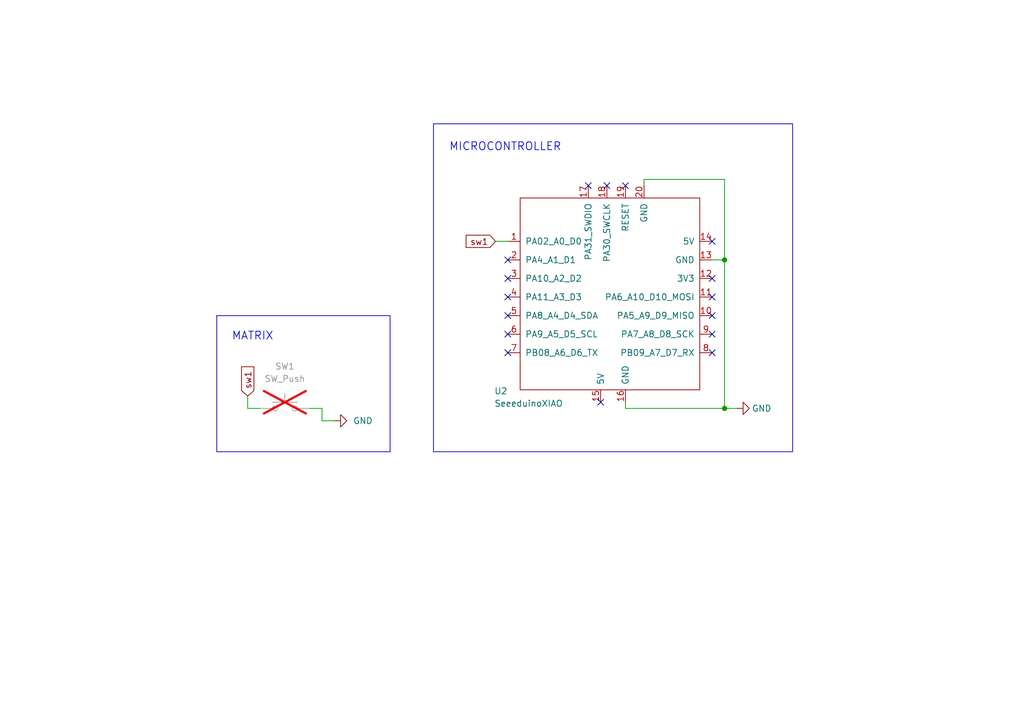
<source format=kicad_sch>
(kicad_sch (version 20231120) (generator "eeschema") (generator_version "8.0")
  (paper "A5")
  (title_block (title "Macro Keyboard 1x1") (date "2025-06-27") (rev "0.1"))
  (lib_symbols
    (symbol "Seeeduino XIAO:SeeeduinoXIAO" (pin_names (offset 1.016))
      (property "Reference" "U" (at -19.05 22.86 0))
      (property "Value" "SeeeduinoXIAO" (at -12.7 21.59 0))
      (symbol "SeeeduinoXIAO_0_1"
        (rectangle (start -19.05 20.32) (end 17.78 -19.05))
      )
      (symbol "SeeeduinoXIAO_1_1"
        (pin unspecified line (at -21.59 11.43 0) (length 2.54) (name "PA02_A0_D0") (number "1"))
        (pin unspecified line (at 20.32 -3.81 180) (length 2.54) (name "PA5_A9_D9_MISO") (number "10"))
        (pin unspecified line (at 20.32 0 180) (length 2.54) (name "PA6_A10_D10_MOSI") (number "11"))
        (pin unspecified line (at 20.32 3.81 180) (length 2.54) (name "3V3") (number "12"))
        (pin unspecified line (at 20.32 7.62 180) (length 2.54) (name "GND") (number "13"))
        (pin unspecified line (at 20.32 11.43 180) (length 2.54) (name "5V") (number "14"))
        (pin input line (at -2.54 -21.59 90) (length 2.54) (name "5V") (number "15"))
        (pin input line (at 2.54 -21.59 90) (length 2.54) (name "GND") (number "16"))
        (pin input line (at -5.08 22.86 270) (length 2.54) (name "PA31_SWDIO") (number "17"))
        (pin input line (at -1.27 22.86 270) (length 2.54) (name "PA30_SWCLK") (number "18"))
        (pin input line (at 2.54 22.86 270) (length 2.54) (name "RESET") (number "19"))
        (pin unspecified line (at -21.59 7.62 0) (length 2.54) (name "PA4_A1_D1") (number "2"))
        (pin input line (at 6.35 22.86 270) (length 2.54) (name "GND") (number "20"))
        (pin unspecified line (at -21.59 3.81 0) (length 2.54) (name "PA10_A2_D2") (number "3"))
        (pin unspecified line (at -21.59 0 0) (length 2.54) (name "PA11_A3_D3") (number "4"))
        (pin unspecified line (at -21.59 -3.81 0) (length 2.54) (name "PA8_A4_D4_SDA") (number "5"))
        (pin unspecified line (at -21.59 -7.62 0) (length 2.54) (name "PA9_A5_D5_SCL") (number "6"))
        (pin unspecified line (at -21.59 -11.43 0) (length 2.54) (name "PB08_A6_D6_TX") (number "7"))
        (pin unspecified line (at 20.32 -11.43 180) (length 2.54) (name "PB09_A7_D7_RX") (number "8"))
        (pin unspecified line (at 20.32 -7.62 180) (length 2.54) (name "PA7_A8_D8_SCK") (number "9"))
      )
    )
    (symbol "Switch:SW_Push" (pin_numbers hide) (pin_names (offset 1.016) hide)
      (property "Reference" "SW" (at 1.27 2.54 0))
      (property "Value" "SW_Push" (at 0 -1.524 0))
      (symbol "SW_Push_0_1"
        (circle (center -2.032 0) (radius 0.508))
        (polyline (pts (xy 0 1.27) (xy 0 3.048)))
        (polyline (pts (xy 2.54 1.27) (xy -2.54 1.27)))
        (circle (center 2.032 0) (radius 0.508))
        (pin passive line (at -5.08 0 0) (length 2.54) (name "1") (number "1"))
        (pin passive line (at 5.08 0 180) (length 2.54) (name "2") (number "2"))
      )
    )
    (symbol "power:GND" (power) (pin_numbers hide) (pin_names (offset 0) hide)
      (property "Value" "GND" (at 0 -3.81 0))
      (symbol "GND_0_1"
        (polyline (pts (xy 0 0) (xy 0 -1.27) (xy 1.27 -1.27) (xy 0 -2.54) (xy -1.27 -1.27) (xy 0 -1.27)))
      )
      (symbol "GND_1_1"
        (pin power_in line (at 0 0 270) (length 0) (name "~") (number "1"))
      )
    )
  )
  (junction (at 148.59 83.82))
  (junction (at 148.59 53.34))
  (no_connect (at 146.05 57.15))
  (no_connect (at 120.65 38.1))
  (no_connect (at 104.14 72.39))
  (no_connect (at 124.46 38.1))
  (no_connect (at 128.27 38.1))
  (no_connect (at 104.14 68.58))
  (no_connect (at 146.05 72.39))
  (no_connect (at 104.14 53.34))
  (no_connect (at 146.05 64.77))
  (no_connect (at 146.05 60.96))
  (no_connect (at 123.19 82.55))
  (no_connect (at 146.05 49.53))
  (no_connect (at 104.14 64.77))
  (no_connect (at 104.14 60.96))
  (no_connect (at 146.05 68.58))
  (no_connect (at 104.14 57.15))
  (wire (pts (xy 101.6 49.53) (xy 104.14 49.53)))
  (wire (pts (xy 151.13 83.82) (xy 148.59 83.82)))
  (wire (pts (xy 128.27 82.55) (xy 128.27 83.82)))
  (wire (pts (xy 63.5 83.82) (xy 66.04 83.82)))
  (wire (pts (xy 132.08 38.1) (xy 132.08 36.83)))
  (wire (pts (xy 132.08 36.83) (xy 148.59 36.83)))
  (wire (pts (xy 66.04 86.36) (xy 68.58 86.36)))
  (wire (pts (xy 148.59 36.83) (xy 148.59 53.34)))
  (wire (pts (xy 148.59 83.82) (xy 148.59 53.34)))
  (wire (pts (xy 66.04 83.82) (xy 66.04 86.36)))
  (wire (pts (xy 146.05 53.34) (xy 148.59 53.34)))
  (wire (pts (xy 50.8 81.28) (xy 50.8 83.82)))
  (wire (pts (xy 53.34 83.82) (xy 50.8 83.82)))
  (wire (pts (xy 128.27 83.82) (xy 148.59 83.82)))
  (rectangle (start 44.45 64.77) (end 80.01 92.71))
  (rectangle (start 88.9 25.4) (end 162.56 92.71))
  (text "MICROCONTROLLER" (at 103.632 30.226 0) (effects (font (size 1.6256 1.6256))))
  (text "MATRIX" (at 51.816 69.088 0) (effects (font (size 1.6256 1.6256))))
  (global_label "sw1" (shape input) (at 50.8 81.28 90) (property "Intersheetrefs" "${INTERSHEET_REFS}" (effects (hide yes))))
  (global_label "sw1" (shape input) (at 101.6 49.53 180) (property "Intersheetrefs" "${INTERSHEET_REFS}" (effects (hide yes))))
  (symbol (lib_id "power:GND") (at 151.13 83.82 90) (unit 1)
    (property "Reference" "#PWR01" (effects (hide yes)))
    (property "Value" "GND" (at 156.21 83.82 90))
    (property "Description" "Power symbol creates a global label with name \"GND\" , ground" (effects (hide yes)))
  )
  (symbol (lib_id "Switch:SW_Push") (at 58.42 83.82 0) (unit 1) (dnp yes)
    (property "Reference" "SW1" (at 58.42 75.184 0))
    (property "Value" "SW_Push" (at 58.42 77.724 0))
    (property "Footprint" "MX_Only:MXOnly-1U-Hotswap" (effects (hide yes)))
    (property "Description" "Push button switch, generic, two pins" (effects (hide yes)))
  )
  (symbol (lib_id "power:GND") (at 68.58 86.36 90) (unit 1)
    (property "Reference" "#PWR06" (effects (hide yes)))
    (property "Value" "GND" (at 72.39 86.3599 90) (effects (justify right)))
    (property "Description" "Power symbol creates a global label with name \"GND\" , ground" (effects (hide yes)))
  )
  (symbol (lib_id "Seeeduino XIAO:SeeeduinoXIAO") (at 125.73 60.96 0) (unit 1)
    (property "Reference" "U2" (at 101.346 80.264 0) (effects (justify left)))
    (property "Value" "SeeeduinoXIAO" (at 101.346 82.804 0) (effects (justify left)))
    (property "Footprint" "Seeeduino XIAO KICAD:Seeeduino XIAO-MOUDLE14P-2.54-21X17.8MM" (effects (hide yes)))
  )
)
</source>
